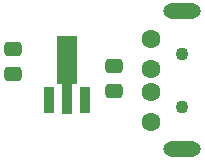
<source format=gbr>
%TF.GenerationSoftware,KiCad,Pcbnew,7.0.9-7.0.9~ubuntu22.04.1*%
%TF.CreationDate,2023-11-27T09:49:11+01:00*%
%TF.ProjectId,pcb,7063622e-6b69-4636-9164-5f7063625858,rev?*%
%TF.SameCoordinates,Original*%
%TF.FileFunction,Soldermask,Bot*%
%TF.FilePolarity,Negative*%
%FSLAX46Y46*%
G04 Gerber Fmt 4.6, Leading zero omitted, Abs format (unit mm)*
G04 Created by KiCad (PCBNEW 7.0.9-7.0.9~ubuntu22.04.1) date 2023-11-27 09:49:11*
%MOMM*%
%LPD*%
G01*
G04 APERTURE LIST*
G04 Aperture macros list*
%AMRoundRect*
0 Rectangle with rounded corners*
0 $1 Rounding radius*
0 $2 $3 $4 $5 $6 $7 $8 $9 X,Y pos of 4 corners*
0 Add a 4 corners polygon primitive as box body*
4,1,4,$2,$3,$4,$5,$6,$7,$8,$9,$2,$3,0*
0 Add four circle primitives for the rounded corners*
1,1,$1+$1,$2,$3*
1,1,$1+$1,$4,$5*
1,1,$1+$1,$6,$7*
1,1,$1+$1,$8,$9*
0 Add four rect primitives between the rounded corners*
20,1,$1+$1,$2,$3,$4,$5,0*
20,1,$1+$1,$4,$5,$6,$7,0*
20,1,$1+$1,$6,$7,$8,$9,0*
20,1,$1+$1,$8,$9,$2,$3,0*%
%AMFreePoly0*
4,1,9,5.362500,-0.866500,1.237500,-0.866500,1.237500,-0.450000,-1.237500,-0.450000,-1.237500,0.450000,1.237500,0.450000,1.237500,0.866500,5.362500,0.866500,5.362500,-0.866500,5.362500,-0.866500,$1*%
G04 Aperture macros list end*
%ADD10R,0.900000X2.300000*%
%ADD11FreePoly0,90.000000*%
%ADD12C,1.100000*%
%ADD13C,1.600000*%
%ADD14O,3.200000X1.300000*%
%ADD15RoundRect,0.250000X-0.475000X0.337500X-0.475000X-0.337500X0.475000X-0.337500X0.475000X0.337500X0*%
G04 APERTURE END LIST*
D10*
%TO.C,U1*%
X131800000Y-101150000D03*
D11*
X130300000Y-101062500D03*
D10*
X128800000Y-101150000D03*
%TD*%
D12*
%TO.C,J1*%
X140000000Y-97200000D03*
X140000000Y-101700000D03*
D13*
X137400000Y-95950000D03*
X137400000Y-98450000D03*
X137400000Y-100450000D03*
X137400000Y-102950000D03*
D14*
X140000000Y-93600000D03*
X140000000Y-105300000D03*
%TD*%
D15*
%TO.C,C1*%
X134300000Y-98262500D03*
X134300000Y-100337500D03*
%TD*%
%TO.C,C2*%
X125750000Y-96812500D03*
X125750000Y-98887500D03*
%TD*%
M02*

</source>
